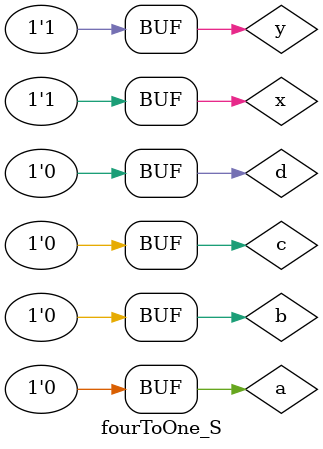
<source format=v>
`timescale 1ns / 1ps


module fourToOne_S(

    );
    reg a=0;
    reg b=0;
    reg c=0;
    reg d=0;
    reg x=0;
    reg y=0;
    wire o;
    fourToOne ans(a,b,c,d,x,y,o);
    initial
        begin
            #100 a=1;
            #100 a=0;
            #100 x=1;
            #100 b=1;
            #100 b=0;
            #100 x=0;
            #000 y=1;
            #100 c=1;
            #100 c=0;
            #100 x=1;
            #100 d=1;
            #100 d=0;
        end
endmodule

</source>
